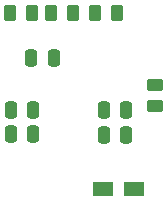
<source format=gbp>
G04 #@! TF.GenerationSoftware,KiCad,Pcbnew,7.0.5-0*
G04 #@! TF.CreationDate,2023-12-12T08:18:18-05:00*
G04 #@! TF.ProjectId,12v5VBuck,31327635-5642-4756-936b-2e6b69636164,rev?*
G04 #@! TF.SameCoordinates,Original*
G04 #@! TF.FileFunction,Paste,Bot*
G04 #@! TF.FilePolarity,Positive*
%FSLAX46Y46*%
G04 Gerber Fmt 4.6, Leading zero omitted, Abs format (unit mm)*
G04 Created by KiCad (PCBNEW 7.0.5-0) date 2023-12-12 08:18:18*
%MOMM*%
%LPD*%
G01*
G04 APERTURE LIST*
G04 Aperture macros list*
%AMRoundRect*
0 Rectangle with rounded corners*
0 $1 Rounding radius*
0 $2 $3 $4 $5 $6 $7 $8 $9 X,Y pos of 4 corners*
0 Add a 4 corners polygon primitive as box body*
4,1,4,$2,$3,$4,$5,$6,$7,$8,$9,$2,$3,0*
0 Add four circle primitives for the rounded corners*
1,1,$1+$1,$2,$3*
1,1,$1+$1,$4,$5*
1,1,$1+$1,$6,$7*
1,1,$1+$1,$8,$9*
0 Add four rect primitives between the rounded corners*
20,1,$1+$1,$2,$3,$4,$5,0*
20,1,$1+$1,$4,$5,$6,$7,0*
20,1,$1+$1,$6,$7,$8,$9,0*
20,1,$1+$1,$8,$9,$2,$3,0*%
G04 Aperture macros list end*
%ADD10RoundRect,0.250000X-0.262500X-0.450000X0.262500X-0.450000X0.262500X0.450000X-0.262500X0.450000X0*%
%ADD11R,1.800000X1.150000*%
%ADD12RoundRect,0.250000X-0.250000X-0.475000X0.250000X-0.475000X0.250000X0.475000X-0.250000X0.475000X0*%
%ADD13RoundRect,0.250000X-0.450000X0.262500X-0.450000X-0.262500X0.450000X-0.262500X0.450000X0.262500X0*%
G04 APERTURE END LIST*
D10*
X64032500Y-18125000D03*
X65857500Y-18125000D03*
D11*
X64700000Y-33100000D03*
X67300000Y-33100000D03*
D12*
X64758726Y-26385000D03*
X66658726Y-26385000D03*
X58650000Y-21955000D03*
X60550000Y-21955000D03*
D10*
X60342500Y-18125000D03*
X62167500Y-18125000D03*
D12*
X64758726Y-28495000D03*
X66658726Y-28495000D03*
D10*
X56842500Y-18175000D03*
X58667500Y-18175000D03*
D12*
X56925000Y-26352060D03*
X58825000Y-26352060D03*
X56925000Y-28442060D03*
X58825000Y-28442060D03*
D13*
X69075000Y-24242500D03*
X69075000Y-26067500D03*
M02*

</source>
